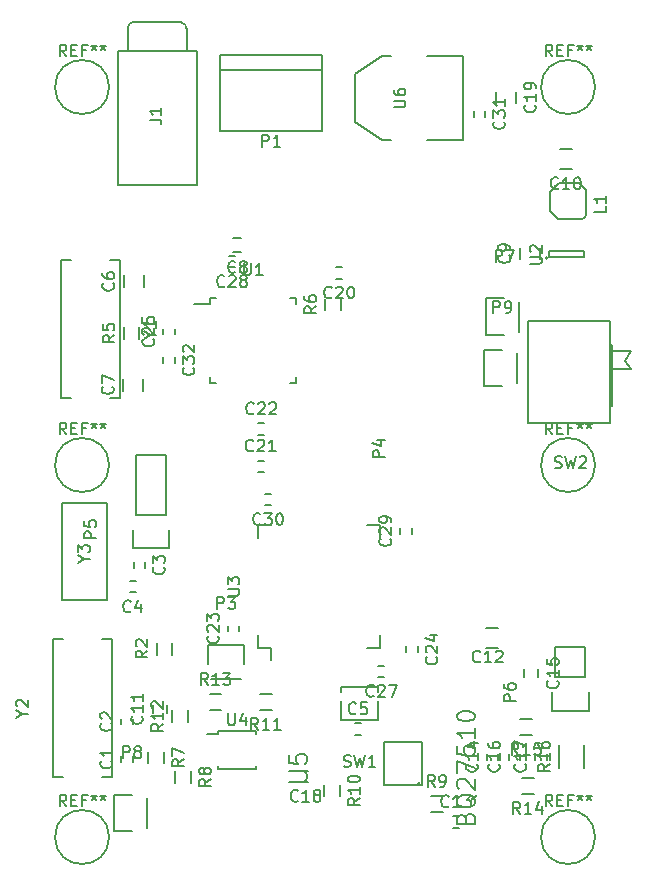
<source format=gto>
G04 #@! TF.FileFunction,Legend,Top*
%FSLAX46Y46*%
G04 Gerber Fmt 4.6, Leading zero omitted, Abs format (unit mm)*
G04 Created by KiCad (PCBNEW 4.0.2-stable) date 09/05/2016 17:30:52*
%MOMM*%
G01*
G04 APERTURE LIST*
%ADD10C,0.200000*%
%ADD11C,0.150000*%
G04 APERTURE END LIST*
D10*
D11*
X156535000Y-100794000D02*
X149885000Y-100794000D01*
X156535000Y-89444000D02*
X156535000Y-100794000D01*
X156485000Y-89444000D02*
X156385000Y-89444000D01*
X156435000Y-89444000D02*
X156535000Y-89444000D01*
X149885000Y-89444000D02*
X149885000Y-100794000D01*
X156385000Y-89444000D02*
X149885000Y-89444000D01*
X150685000Y-87394000D02*
X150685000Y-89444000D01*
X155685000Y-87494000D02*
X155685000Y-89444000D01*
X151135000Y-86944000D02*
X155135000Y-86944000D01*
X151185000Y-86944000D02*
G75*
G03X150685000Y-87444000I0J-500000D01*
G01*
X155685000Y-87594000D02*
G75*
G03X155135000Y-86944000I-600000J50000D01*
G01*
X155685000Y-89444000D02*
X150685000Y-89444000D01*
X171857000Y-143712500D02*
X171857000Y-143262500D01*
X171857000Y-143262500D02*
X168757000Y-143262500D01*
X168757000Y-143262500D02*
X168757000Y-143662500D01*
X168757000Y-146012500D02*
X168757000Y-144462500D01*
X171857000Y-144462500D02*
X171857000Y-146012500D01*
X171857000Y-146012500D02*
X168757000Y-146012500D01*
X150147000Y-145927000D02*
X150147000Y-146427000D01*
X151097000Y-146427000D02*
X151097000Y-145927000D01*
X161703000Y-139922000D02*
X162778000Y-139922000D01*
X161703000Y-129572000D02*
X162778000Y-129572000D01*
X172053000Y-129572000D02*
X170978000Y-129572000D01*
X172053000Y-139922000D02*
X170978000Y-139922000D01*
X161703000Y-139922000D02*
X161703000Y-138847000D01*
X172053000Y-139922000D02*
X172053000Y-138847000D01*
X172053000Y-129572000D02*
X172053000Y-130647000D01*
X161703000Y-129572000D02*
X161703000Y-130647000D01*
X162778000Y-139922000D02*
X162778000Y-140947000D01*
X190246000Y-124460000D02*
G75*
G03X190246000Y-124460000I-2286000J0D01*
G01*
X190246000Y-92456000D02*
G75*
G03X190246000Y-92456000I-2286000J0D01*
G01*
X190246000Y-155956000D02*
G75*
G03X190246000Y-155956000I-2286000J0D01*
G01*
X149098000Y-155956000D02*
G75*
G03X149098000Y-155956000I-2286000J0D01*
G01*
X149098000Y-124460000D02*
G75*
G03X149098000Y-124460000I-2286000J0D01*
G01*
X175227000Y-140305600D02*
X175227000Y-139805600D01*
X174277000Y-139805600D02*
X174277000Y-140305600D01*
X150147000Y-149102000D02*
X150147000Y-149602000D01*
X151097000Y-149602000D02*
X151097000Y-149102000D01*
X152138400Y-133183440D02*
X152138400Y-132683440D01*
X151188400Y-132683440D02*
X151188400Y-133183440D01*
X150844440Y-135252480D02*
X151344440Y-135252480D01*
X151344440Y-134302480D02*
X150844440Y-134302480D01*
X170430000Y-146337000D02*
X169930000Y-146337000D01*
X169930000Y-147287000D02*
X170430000Y-147287000D01*
X150343500Y-108402500D02*
X150343500Y-109402500D01*
X152043500Y-109402500D02*
X152043500Y-108402500D01*
X150280000Y-117165500D02*
X150280000Y-118165500D01*
X151980000Y-118165500D02*
X151980000Y-117165500D01*
X160306500Y-106454500D02*
X159606500Y-106454500D01*
X159606500Y-105254500D02*
X160306500Y-105254500D01*
X183871500Y-106053000D02*
X183871500Y-107053000D01*
X185571500Y-107053000D02*
X185571500Y-106053000D01*
X187269500Y-99402000D02*
X188269500Y-99402000D01*
X188269500Y-97702000D02*
X187269500Y-97702000D01*
X152816000Y-145447500D02*
X152816000Y-144747500D01*
X154016000Y-144747500D02*
X154016000Y-145447500D01*
X181046500Y-139978500D02*
X182046500Y-139978500D01*
X182046500Y-138278500D02*
X181046500Y-138278500D01*
X178748500Y-154211000D02*
X178248500Y-154211000D01*
X178248500Y-155161000D02*
X178748500Y-155161000D01*
X181084200Y-148898800D02*
X181084200Y-149398800D01*
X182034200Y-149398800D02*
X182034200Y-148898800D01*
X185410400Y-141737600D02*
X185410400Y-142437600D01*
X184210400Y-142437600D02*
X184210400Y-141737600D01*
X182963800Y-148898800D02*
X182963800Y-149398800D01*
X183913800Y-149398800D02*
X183913800Y-148898800D01*
X185199000Y-148898800D02*
X185199000Y-149398800D01*
X186149000Y-149398800D02*
X186149000Y-148898800D01*
X165485000Y-151287500D02*
X165985000Y-151287500D01*
X165985000Y-150337500D02*
X165485000Y-150337500D01*
X183539500Y-93845000D02*
X183539500Y-92845000D01*
X181839500Y-92845000D02*
X181839500Y-93845000D01*
X168342500Y-108679000D02*
X168842500Y-108679000D01*
X168842500Y-107729000D02*
X168342500Y-107729000D01*
X162200400Y-124086600D02*
X161700400Y-124086600D01*
X161700400Y-125036600D02*
X162200400Y-125036600D01*
X162238500Y-120937000D02*
X161738500Y-120937000D01*
X161738500Y-121887000D02*
X162238500Y-121887000D01*
X159164000Y-138053000D02*
X159164000Y-138553000D01*
X160114000Y-138553000D02*
X160114000Y-138053000D01*
X153703000Y-112907000D02*
X153703000Y-113407000D01*
X154653000Y-113407000D02*
X154653000Y-112907000D01*
X171898500Y-142397500D02*
X172398500Y-142397500D01*
X172398500Y-141447500D02*
X171898500Y-141447500D01*
X159262000Y-107726500D02*
X159762000Y-107726500D01*
X159762000Y-106776500D02*
X159262000Y-106776500D01*
X173769000Y-129798000D02*
X173769000Y-130298000D01*
X174719000Y-130298000D02*
X174719000Y-129798000D01*
X162310000Y-127856000D02*
X162810000Y-127856000D01*
X162810000Y-126906000D02*
X162310000Y-126906000D01*
X180942000Y-94992000D02*
X180942000Y-94492000D01*
X179992000Y-94492000D02*
X179992000Y-94992000D01*
X154653000Y-115820000D02*
X154653000Y-115320000D01*
X153703000Y-115320000D02*
X153703000Y-115820000D01*
X167164900Y-89781540D02*
X158464900Y-89781540D01*
X167164900Y-96186540D02*
X158464900Y-96186540D01*
X158464900Y-96186540D02*
X158464900Y-89781540D01*
X158464900Y-91011540D02*
X167164900Y-91011540D01*
X167164900Y-89781540D02*
X167164900Y-96186540D01*
X160554000Y-139737500D02*
X160554000Y-141287500D01*
X157454000Y-141287500D02*
X157454000Y-139737500D01*
X157454000Y-139737500D02*
X160554000Y-139737500D01*
X157734000Y-142557500D02*
X160274000Y-142557500D01*
X189713200Y-145263200D02*
X189713200Y-143713200D01*
X189433200Y-139903200D02*
X189433200Y-142443200D01*
X189433200Y-142443200D02*
X186893200Y-142443200D01*
X186613200Y-143713200D02*
X186613200Y-145263200D01*
X186613200Y-145263200D02*
X189713200Y-145263200D01*
X186893200Y-142443200D02*
X186893200Y-139903200D01*
X186893200Y-139903200D02*
X189433200Y-139903200D01*
X154472000Y-139517500D02*
X154472000Y-140517500D01*
X153122000Y-140517500D02*
X153122000Y-139517500D01*
X151678000Y-112784000D02*
X151678000Y-113784000D01*
X150328000Y-113784000D02*
X150328000Y-112784000D01*
X168759500Y-110371000D02*
X168759500Y-111371000D01*
X167409500Y-111371000D02*
X167409500Y-110371000D01*
X152423500Y-149725000D02*
X152423500Y-148725000D01*
X153773500Y-148725000D02*
X153773500Y-149725000D01*
X154709500Y-151376000D02*
X154709500Y-150376000D01*
X156059500Y-150376000D02*
X156059500Y-151376000D01*
X177347500Y-153837000D02*
X176347500Y-153837000D01*
X176347500Y-152487000D02*
X177347500Y-152487000D01*
X167282500Y-152519000D02*
X167282500Y-151519000D01*
X168632500Y-151519000D02*
X168632500Y-152519000D01*
X161856800Y-143851000D02*
X162856800Y-143851000D01*
X162856800Y-145201000D02*
X161856800Y-145201000D01*
X155805500Y-145232500D02*
X155805500Y-146232500D01*
X154455500Y-146232500D02*
X154455500Y-145232500D01*
X158615000Y-145201000D02*
X157615000Y-145201000D01*
X157615000Y-143851000D02*
X158615000Y-143851000D01*
X184056400Y-150963000D02*
X185056400Y-150963000D01*
X185056400Y-152313000D02*
X184056400Y-152313000D01*
X183904000Y-145984600D02*
X184904000Y-145984600D01*
X184904000Y-147334600D02*
X183904000Y-147334600D01*
X157665000Y-110294000D02*
X157665000Y-110819000D01*
X164915000Y-110294000D02*
X164915000Y-110819000D01*
X164915000Y-117544000D02*
X164915000Y-117019000D01*
X157665000Y-117544000D02*
X157665000Y-117019000D01*
X157665000Y-110294000D02*
X158190000Y-110294000D01*
X157665000Y-117544000D02*
X158190000Y-117544000D01*
X164915000Y-117544000D02*
X164390000Y-117544000D01*
X164915000Y-110294000D02*
X164390000Y-110294000D01*
X157665000Y-110819000D02*
X156290000Y-110819000D01*
X186233000Y-106916500D02*
G75*
G03X186233000Y-106916500I-100000J0D01*
G01*
X186383000Y-106366500D02*
X186383000Y-106866500D01*
X189283000Y-106366500D02*
X186383000Y-106366500D01*
X189283000Y-106866500D02*
X189283000Y-106366500D01*
X186383000Y-106866500D02*
X189283000Y-106866500D01*
X158331500Y-146965000D02*
X158331500Y-147212500D01*
X161581500Y-146965000D02*
X161581500Y-147212500D01*
X161581500Y-150215000D02*
X161581500Y-149967500D01*
X158331500Y-150215000D02*
X158331500Y-149967500D01*
X158331500Y-146965000D02*
X161581500Y-146965000D01*
X158331500Y-150215000D02*
X161581500Y-150215000D01*
X158331500Y-147212500D02*
X157406500Y-147212500D01*
X176022000Y-96964500D02*
X179070000Y-96964500D01*
X179070000Y-96964500D02*
X179070000Y-89852500D01*
X179070000Y-89852500D02*
X176022000Y-89852500D01*
X172974000Y-96964500D02*
X172212000Y-96964500D01*
X172212000Y-96964500D02*
X169926000Y-95440500D01*
X169926000Y-95440500D02*
X169926000Y-91376500D01*
X169926000Y-91376500D02*
X172212000Y-89852500D01*
X172212000Y-89852500D02*
X172974000Y-89852500D01*
X145011140Y-107116880D02*
X145011140Y-118816120D01*
X150009860Y-118816120D02*
X150009860Y-107116880D01*
X145011140Y-118816120D02*
X145859500Y-118816120D01*
X150009860Y-118816120D02*
X149161500Y-118816120D01*
X145011140Y-107116880D02*
X145859500Y-107116880D01*
X150009860Y-107116880D02*
X149161500Y-107116880D01*
X149374860Y-150883620D02*
X149374860Y-139184380D01*
X144376140Y-139184380D02*
X144376140Y-150883620D01*
X149374860Y-139184380D02*
X148526500Y-139184380D01*
X144376140Y-139184380D02*
X145224500Y-139184380D01*
X149374860Y-150883620D02*
X148526500Y-150883620D01*
X144376140Y-150883620D02*
X145224500Y-150883620D01*
X145102500Y-135862500D02*
X145102500Y-127662500D01*
X145102500Y-127662500D02*
X148902500Y-127662500D01*
X148902500Y-127662500D02*
X148902500Y-135862500D01*
X145102500Y-135762500D02*
X145102500Y-135862500D01*
X145102500Y-135862500D02*
X148902500Y-135862500D01*
X172415000Y-151589000D02*
X172415000Y-147939000D01*
X175565000Y-147939000D02*
X175565000Y-151589000D01*
X175402801Y-151394000D02*
G75*
G03X175402801Y-151394000I-72801J0D01*
G01*
X175560000Y-147944000D02*
X172420000Y-147944000D01*
X172420000Y-151584000D02*
X175560000Y-151584000D01*
X149098000Y-92456000D02*
G75*
G03X149098000Y-92456000I-2286000J0D01*
G01*
X187210000Y-103608000D02*
X187110000Y-103608000D01*
X186460000Y-102958000D02*
X187110000Y-103608000D01*
X189160000Y-103608000D02*
X187210000Y-103608000D01*
X189160000Y-103608000D02*
G75*
G03X189460000Y-103308000I0J300000D01*
G01*
X189460000Y-101208000D02*
X189460000Y-103308000D01*
X187160000Y-100608000D02*
X188860000Y-100608000D01*
X186460000Y-102958000D02*
X186460000Y-101308000D01*
X186810000Y-100958000D02*
X187110000Y-100658000D01*
X187110000Y-100658000D02*
X187160000Y-100608000D01*
X187160000Y-100608000D02*
X186460000Y-101308000D01*
X189460000Y-101208000D02*
X188860000Y-100608000D01*
X189339800Y-148148800D02*
X189339800Y-150148800D01*
X187189800Y-150148800D02*
X187189800Y-148148800D01*
X191473500Y-114268000D02*
X191673500Y-114268000D01*
X191673500Y-114268000D02*
X191673500Y-119468000D01*
X191673500Y-119468000D02*
X191473500Y-119468000D01*
X191473500Y-114768000D02*
X193273500Y-114768000D01*
X193273500Y-114768000D02*
X192773500Y-115618000D01*
X192773500Y-115618000D02*
X193273500Y-116318000D01*
X193273500Y-116318000D02*
X191473500Y-116318000D01*
X191473500Y-120868000D02*
X191473500Y-112268000D01*
X184573500Y-112268000D02*
X184573500Y-120868000D01*
X191473500Y-120868000D02*
X184573500Y-120868000D01*
X191473500Y-112268000D02*
X184573500Y-112268000D01*
X151104000Y-129921000D02*
X151104000Y-131471000D01*
X151104000Y-131471000D02*
X154204000Y-131471000D01*
X154204000Y-131471000D02*
X154204000Y-129921000D01*
X151384000Y-128651000D02*
X151384000Y-123571000D01*
X151384000Y-123571000D02*
X153924000Y-123571000D01*
X153924000Y-123571000D02*
X153924000Y-128651000D01*
X153924000Y-128651000D02*
X151384000Y-128651000D01*
X183832500Y-113157000D02*
X183832500Y-110617000D01*
X181012500Y-110337000D02*
X182562500Y-110337000D01*
X181012500Y-110337000D02*
X181012500Y-113437000D01*
X181012500Y-113437000D02*
X182562500Y-113437000D01*
X152298400Y-155194000D02*
X152298400Y-152654000D01*
X149478400Y-152374000D02*
X151028400Y-152374000D01*
X149478400Y-152374000D02*
X149478400Y-155474000D01*
X149478400Y-155474000D02*
X151028400Y-155474000D01*
X183642000Y-117500400D02*
X183642000Y-114960400D01*
X180822000Y-114680400D02*
X182372000Y-114680400D01*
X180822000Y-114680400D02*
X180822000Y-117780400D01*
X180822000Y-117780400D02*
X182372000Y-117780400D01*
X152537381Y-95227333D02*
X153251667Y-95227333D01*
X153394524Y-95274953D01*
X153489762Y-95370191D01*
X153537381Y-95513048D01*
X153537381Y-95608286D01*
X153537381Y-94227333D02*
X153537381Y-94798762D01*
X153537381Y-94513048D02*
X152537381Y-94513048D01*
X152680238Y-94608286D01*
X152775476Y-94703524D01*
X152823095Y-94798762D01*
X168973667Y-149967262D02*
X169116524Y-150014881D01*
X169354620Y-150014881D01*
X169449858Y-149967262D01*
X169497477Y-149919643D01*
X169545096Y-149824405D01*
X169545096Y-149729167D01*
X169497477Y-149633929D01*
X169449858Y-149586310D01*
X169354620Y-149538690D01*
X169164143Y-149491071D01*
X169068905Y-149443452D01*
X169021286Y-149395833D01*
X168973667Y-149300595D01*
X168973667Y-149205357D01*
X169021286Y-149110119D01*
X169068905Y-149062500D01*
X169164143Y-149014881D01*
X169402239Y-149014881D01*
X169545096Y-149062500D01*
X169878429Y-149014881D02*
X170116524Y-150014881D01*
X170307001Y-149300595D01*
X170497477Y-150014881D01*
X170735572Y-149014881D01*
X171640334Y-150014881D02*
X171068905Y-150014881D01*
X171354619Y-150014881D02*
X171354619Y-149014881D01*
X171259381Y-149157738D01*
X171164143Y-149252976D01*
X171068905Y-149300595D01*
X172430381Y-123801095D02*
X171430381Y-123801095D01*
X171430381Y-123420142D01*
X171478000Y-123324904D01*
X171525619Y-123277285D01*
X171620857Y-123229666D01*
X171763714Y-123229666D01*
X171858952Y-123277285D01*
X171906571Y-123324904D01*
X171954190Y-123420142D01*
X171954190Y-123801095D01*
X171763714Y-122372523D02*
X172430381Y-122372523D01*
X171382762Y-122610619D02*
X172097048Y-122848714D01*
X172097048Y-122229666D01*
X149279143Y-146343666D02*
X149326762Y-146391285D01*
X149374381Y-146534142D01*
X149374381Y-146629380D01*
X149326762Y-146772238D01*
X149231524Y-146867476D01*
X149136286Y-146915095D01*
X148945810Y-146962714D01*
X148802952Y-146962714D01*
X148612476Y-146915095D01*
X148517238Y-146867476D01*
X148422000Y-146772238D01*
X148374381Y-146629380D01*
X148374381Y-146534142D01*
X148422000Y-146391285D01*
X148469619Y-146343666D01*
X148469619Y-145962714D02*
X148422000Y-145915095D01*
X148374381Y-145819857D01*
X148374381Y-145581761D01*
X148422000Y-145486523D01*
X148469619Y-145438904D01*
X148564857Y-145391285D01*
X148660095Y-145391285D01*
X148802952Y-145438904D01*
X149374381Y-146010333D01*
X149374381Y-145391285D01*
X159130381Y-135508905D02*
X159939905Y-135508905D01*
X160035143Y-135461286D01*
X160082762Y-135413667D01*
X160130381Y-135318429D01*
X160130381Y-135127952D01*
X160082762Y-135032714D01*
X160035143Y-134985095D01*
X159939905Y-134937476D01*
X159130381Y-134937476D01*
X159130381Y-134556524D02*
X159130381Y-133937476D01*
X159511333Y-134270810D01*
X159511333Y-134127952D01*
X159558952Y-134032714D01*
X159606571Y-133985095D01*
X159701810Y-133937476D01*
X159939905Y-133937476D01*
X160035143Y-133985095D01*
X160082762Y-134032714D01*
X160130381Y-134127952D01*
X160130381Y-134413667D01*
X160082762Y-134508905D01*
X160035143Y-134556524D01*
X186626667Y-121864381D02*
X186293333Y-121388190D01*
X186055238Y-121864381D02*
X186055238Y-120864381D01*
X186436191Y-120864381D01*
X186531429Y-120912000D01*
X186579048Y-120959619D01*
X186626667Y-121054857D01*
X186626667Y-121197714D01*
X186579048Y-121292952D01*
X186531429Y-121340571D01*
X186436191Y-121388190D01*
X186055238Y-121388190D01*
X187055238Y-121340571D02*
X187388572Y-121340571D01*
X187531429Y-121864381D02*
X187055238Y-121864381D01*
X187055238Y-120864381D01*
X187531429Y-120864381D01*
X188293334Y-121340571D02*
X187960000Y-121340571D01*
X187960000Y-121864381D02*
X187960000Y-120864381D01*
X188436191Y-120864381D01*
X188960000Y-120864381D02*
X188960000Y-121102476D01*
X188721905Y-121007238D02*
X188960000Y-121102476D01*
X189198096Y-121007238D01*
X188817143Y-121292952D02*
X188960000Y-121102476D01*
X189102858Y-121292952D01*
X189721905Y-120864381D02*
X189721905Y-121102476D01*
X189483810Y-121007238D02*
X189721905Y-121102476D01*
X189960001Y-121007238D01*
X189579048Y-121292952D02*
X189721905Y-121102476D01*
X189864763Y-121292952D01*
X186626667Y-89860381D02*
X186293333Y-89384190D01*
X186055238Y-89860381D02*
X186055238Y-88860381D01*
X186436191Y-88860381D01*
X186531429Y-88908000D01*
X186579048Y-88955619D01*
X186626667Y-89050857D01*
X186626667Y-89193714D01*
X186579048Y-89288952D01*
X186531429Y-89336571D01*
X186436191Y-89384190D01*
X186055238Y-89384190D01*
X187055238Y-89336571D02*
X187388572Y-89336571D01*
X187531429Y-89860381D02*
X187055238Y-89860381D01*
X187055238Y-88860381D01*
X187531429Y-88860381D01*
X188293334Y-89336571D02*
X187960000Y-89336571D01*
X187960000Y-89860381D02*
X187960000Y-88860381D01*
X188436191Y-88860381D01*
X188960000Y-88860381D02*
X188960000Y-89098476D01*
X188721905Y-89003238D02*
X188960000Y-89098476D01*
X189198096Y-89003238D01*
X188817143Y-89288952D02*
X188960000Y-89098476D01*
X189102858Y-89288952D01*
X189721905Y-88860381D02*
X189721905Y-89098476D01*
X189483810Y-89003238D02*
X189721905Y-89098476D01*
X189960001Y-89003238D01*
X189579048Y-89288952D02*
X189721905Y-89098476D01*
X189864763Y-89288952D01*
X186626667Y-153360381D02*
X186293333Y-152884190D01*
X186055238Y-153360381D02*
X186055238Y-152360381D01*
X186436191Y-152360381D01*
X186531429Y-152408000D01*
X186579048Y-152455619D01*
X186626667Y-152550857D01*
X186626667Y-152693714D01*
X186579048Y-152788952D01*
X186531429Y-152836571D01*
X186436191Y-152884190D01*
X186055238Y-152884190D01*
X187055238Y-152836571D02*
X187388572Y-152836571D01*
X187531429Y-153360381D02*
X187055238Y-153360381D01*
X187055238Y-152360381D01*
X187531429Y-152360381D01*
X188293334Y-152836571D02*
X187960000Y-152836571D01*
X187960000Y-153360381D02*
X187960000Y-152360381D01*
X188436191Y-152360381D01*
X188960000Y-152360381D02*
X188960000Y-152598476D01*
X188721905Y-152503238D02*
X188960000Y-152598476D01*
X189198096Y-152503238D01*
X188817143Y-152788952D02*
X188960000Y-152598476D01*
X189102858Y-152788952D01*
X189721905Y-152360381D02*
X189721905Y-152598476D01*
X189483810Y-152503238D02*
X189721905Y-152598476D01*
X189960001Y-152503238D01*
X189579048Y-152788952D02*
X189721905Y-152598476D01*
X189864763Y-152788952D01*
X145478667Y-153360381D02*
X145145333Y-152884190D01*
X144907238Y-153360381D02*
X144907238Y-152360381D01*
X145288191Y-152360381D01*
X145383429Y-152408000D01*
X145431048Y-152455619D01*
X145478667Y-152550857D01*
X145478667Y-152693714D01*
X145431048Y-152788952D01*
X145383429Y-152836571D01*
X145288191Y-152884190D01*
X144907238Y-152884190D01*
X145907238Y-152836571D02*
X146240572Y-152836571D01*
X146383429Y-153360381D02*
X145907238Y-153360381D01*
X145907238Y-152360381D01*
X146383429Y-152360381D01*
X147145334Y-152836571D02*
X146812000Y-152836571D01*
X146812000Y-153360381D02*
X146812000Y-152360381D01*
X147288191Y-152360381D01*
X147812000Y-152360381D02*
X147812000Y-152598476D01*
X147573905Y-152503238D02*
X147812000Y-152598476D01*
X148050096Y-152503238D01*
X147669143Y-152788952D02*
X147812000Y-152598476D01*
X147954858Y-152788952D01*
X148573905Y-152360381D02*
X148573905Y-152598476D01*
X148335810Y-152503238D02*
X148573905Y-152598476D01*
X148812001Y-152503238D01*
X148431048Y-152788952D02*
X148573905Y-152598476D01*
X148716763Y-152788952D01*
X145478667Y-121864381D02*
X145145333Y-121388190D01*
X144907238Y-121864381D02*
X144907238Y-120864381D01*
X145288191Y-120864381D01*
X145383429Y-120912000D01*
X145431048Y-120959619D01*
X145478667Y-121054857D01*
X145478667Y-121197714D01*
X145431048Y-121292952D01*
X145383429Y-121340571D01*
X145288191Y-121388190D01*
X144907238Y-121388190D01*
X145907238Y-121340571D02*
X146240572Y-121340571D01*
X146383429Y-121864381D02*
X145907238Y-121864381D01*
X145907238Y-120864381D01*
X146383429Y-120864381D01*
X147145334Y-121340571D02*
X146812000Y-121340571D01*
X146812000Y-121864381D02*
X146812000Y-120864381D01*
X147288191Y-120864381D01*
X147812000Y-120864381D02*
X147812000Y-121102476D01*
X147573905Y-121007238D02*
X147812000Y-121102476D01*
X148050096Y-121007238D01*
X147669143Y-121292952D02*
X147812000Y-121102476D01*
X147954858Y-121292952D01*
X148573905Y-120864381D02*
X148573905Y-121102476D01*
X148335810Y-121007238D02*
X148573905Y-121102476D01*
X148812001Y-121007238D01*
X148431048Y-121292952D02*
X148573905Y-121102476D01*
X148716763Y-121292952D01*
X176809143Y-140698457D02*
X176856762Y-140746076D01*
X176904381Y-140888933D01*
X176904381Y-140984171D01*
X176856762Y-141127029D01*
X176761524Y-141222267D01*
X176666286Y-141269886D01*
X176475810Y-141317505D01*
X176332952Y-141317505D01*
X176142476Y-141269886D01*
X176047238Y-141222267D01*
X175952000Y-141127029D01*
X175904381Y-140984171D01*
X175904381Y-140888933D01*
X175952000Y-140746076D01*
X175999619Y-140698457D01*
X175999619Y-140317505D02*
X175952000Y-140269886D01*
X175904381Y-140174648D01*
X175904381Y-139936552D01*
X175952000Y-139841314D01*
X175999619Y-139793695D01*
X176094857Y-139746076D01*
X176190095Y-139746076D01*
X176332952Y-139793695D01*
X176904381Y-140365124D01*
X176904381Y-139746076D01*
X176237714Y-138888933D02*
X176904381Y-138888933D01*
X175856762Y-139127029D02*
X176571048Y-139365124D01*
X176571048Y-138746076D01*
X149279143Y-149518666D02*
X149326762Y-149566285D01*
X149374381Y-149709142D01*
X149374381Y-149804380D01*
X149326762Y-149947238D01*
X149231524Y-150042476D01*
X149136286Y-150090095D01*
X148945810Y-150137714D01*
X148802952Y-150137714D01*
X148612476Y-150090095D01*
X148517238Y-150042476D01*
X148422000Y-149947238D01*
X148374381Y-149804380D01*
X148374381Y-149709142D01*
X148422000Y-149566285D01*
X148469619Y-149518666D01*
X149374381Y-148566285D02*
X149374381Y-149137714D01*
X149374381Y-148852000D02*
X148374381Y-148852000D01*
X148517238Y-148947238D01*
X148612476Y-149042476D01*
X148660095Y-149137714D01*
X153720543Y-133100106D02*
X153768162Y-133147725D01*
X153815781Y-133290582D01*
X153815781Y-133385820D01*
X153768162Y-133528678D01*
X153672924Y-133623916D01*
X153577686Y-133671535D01*
X153387210Y-133719154D01*
X153244352Y-133719154D01*
X153053876Y-133671535D01*
X152958638Y-133623916D01*
X152863400Y-133528678D01*
X152815781Y-133385820D01*
X152815781Y-133290582D01*
X152863400Y-133147725D01*
X152911019Y-133100106D01*
X152815781Y-132766773D02*
X152815781Y-132147725D01*
X153196733Y-132481059D01*
X153196733Y-132338201D01*
X153244352Y-132242963D01*
X153291971Y-132195344D01*
X153387210Y-132147725D01*
X153625305Y-132147725D01*
X153720543Y-132195344D01*
X153768162Y-132242963D01*
X153815781Y-132338201D01*
X153815781Y-132623916D01*
X153768162Y-132719154D01*
X153720543Y-132766773D01*
X150927774Y-136834623D02*
X150880155Y-136882242D01*
X150737298Y-136929861D01*
X150642060Y-136929861D01*
X150499202Y-136882242D01*
X150403964Y-136787004D01*
X150356345Y-136691766D01*
X150308726Y-136501290D01*
X150308726Y-136358432D01*
X150356345Y-136167956D01*
X150403964Y-136072718D01*
X150499202Y-135977480D01*
X150642060Y-135929861D01*
X150737298Y-135929861D01*
X150880155Y-135977480D01*
X150927774Y-136025099D01*
X151784917Y-136263194D02*
X151784917Y-136929861D01*
X151546821Y-135882242D02*
X151308726Y-136596528D01*
X151927774Y-136596528D01*
X170013334Y-145469143D02*
X169965715Y-145516762D01*
X169822858Y-145564381D01*
X169727620Y-145564381D01*
X169584762Y-145516762D01*
X169489524Y-145421524D01*
X169441905Y-145326286D01*
X169394286Y-145135810D01*
X169394286Y-144992952D01*
X169441905Y-144802476D01*
X169489524Y-144707238D01*
X169584762Y-144612000D01*
X169727620Y-144564381D01*
X169822858Y-144564381D01*
X169965715Y-144612000D01*
X170013334Y-144659619D01*
X170918096Y-144564381D02*
X170441905Y-144564381D01*
X170394286Y-145040571D01*
X170441905Y-144992952D01*
X170537143Y-144945333D01*
X170775239Y-144945333D01*
X170870477Y-144992952D01*
X170918096Y-145040571D01*
X170965715Y-145135810D01*
X170965715Y-145373905D01*
X170918096Y-145469143D01*
X170870477Y-145516762D01*
X170775239Y-145564381D01*
X170537143Y-145564381D01*
X170441905Y-145516762D01*
X170394286Y-145469143D01*
X149450643Y-109069166D02*
X149498262Y-109116785D01*
X149545881Y-109259642D01*
X149545881Y-109354880D01*
X149498262Y-109497738D01*
X149403024Y-109592976D01*
X149307786Y-109640595D01*
X149117310Y-109688214D01*
X148974452Y-109688214D01*
X148783976Y-109640595D01*
X148688738Y-109592976D01*
X148593500Y-109497738D01*
X148545881Y-109354880D01*
X148545881Y-109259642D01*
X148593500Y-109116785D01*
X148641119Y-109069166D01*
X148545881Y-108212023D02*
X148545881Y-108402500D01*
X148593500Y-108497738D01*
X148641119Y-108545357D01*
X148783976Y-108640595D01*
X148974452Y-108688214D01*
X149355405Y-108688214D01*
X149450643Y-108640595D01*
X149498262Y-108592976D01*
X149545881Y-108497738D01*
X149545881Y-108307261D01*
X149498262Y-108212023D01*
X149450643Y-108164404D01*
X149355405Y-108116785D01*
X149117310Y-108116785D01*
X149022071Y-108164404D01*
X148974452Y-108212023D01*
X148926833Y-108307261D01*
X148926833Y-108497738D01*
X148974452Y-108592976D01*
X149022071Y-108640595D01*
X149117310Y-108688214D01*
X149387143Y-117832166D02*
X149434762Y-117879785D01*
X149482381Y-118022642D01*
X149482381Y-118117880D01*
X149434762Y-118260738D01*
X149339524Y-118355976D01*
X149244286Y-118403595D01*
X149053810Y-118451214D01*
X148910952Y-118451214D01*
X148720476Y-118403595D01*
X148625238Y-118355976D01*
X148530000Y-118260738D01*
X148482381Y-118117880D01*
X148482381Y-118022642D01*
X148530000Y-117879785D01*
X148577619Y-117832166D01*
X148482381Y-117498833D02*
X148482381Y-116832166D01*
X149482381Y-117260738D01*
X159789834Y-108111643D02*
X159742215Y-108159262D01*
X159599358Y-108206881D01*
X159504120Y-108206881D01*
X159361262Y-108159262D01*
X159266024Y-108064024D01*
X159218405Y-107968786D01*
X159170786Y-107778310D01*
X159170786Y-107635452D01*
X159218405Y-107444976D01*
X159266024Y-107349738D01*
X159361262Y-107254500D01*
X159504120Y-107206881D01*
X159599358Y-107206881D01*
X159742215Y-107254500D01*
X159789834Y-107302119D01*
X160361262Y-107635452D02*
X160266024Y-107587833D01*
X160218405Y-107540214D01*
X160170786Y-107444976D01*
X160170786Y-107397357D01*
X160218405Y-107302119D01*
X160266024Y-107254500D01*
X160361262Y-107206881D01*
X160551739Y-107206881D01*
X160646977Y-107254500D01*
X160694596Y-107302119D01*
X160742215Y-107397357D01*
X160742215Y-107444976D01*
X160694596Y-107540214D01*
X160646977Y-107587833D01*
X160551739Y-107635452D01*
X160361262Y-107635452D01*
X160266024Y-107683071D01*
X160218405Y-107730690D01*
X160170786Y-107825929D01*
X160170786Y-108016405D01*
X160218405Y-108111643D01*
X160266024Y-108159262D01*
X160361262Y-108206881D01*
X160551739Y-108206881D01*
X160646977Y-108159262D01*
X160694596Y-108111643D01*
X160742215Y-108016405D01*
X160742215Y-107825929D01*
X160694596Y-107730690D01*
X160646977Y-107683071D01*
X160551739Y-107635452D01*
X182978643Y-106719666D02*
X183026262Y-106767285D01*
X183073881Y-106910142D01*
X183073881Y-107005380D01*
X183026262Y-107148238D01*
X182931024Y-107243476D01*
X182835786Y-107291095D01*
X182645310Y-107338714D01*
X182502452Y-107338714D01*
X182311976Y-107291095D01*
X182216738Y-107243476D01*
X182121500Y-107148238D01*
X182073881Y-107005380D01*
X182073881Y-106910142D01*
X182121500Y-106767285D01*
X182169119Y-106719666D01*
X183073881Y-106243476D02*
X183073881Y-106053000D01*
X183026262Y-105957761D01*
X182978643Y-105910142D01*
X182835786Y-105814904D01*
X182645310Y-105767285D01*
X182264357Y-105767285D01*
X182169119Y-105814904D01*
X182121500Y-105862523D01*
X182073881Y-105957761D01*
X182073881Y-106148238D01*
X182121500Y-106243476D01*
X182169119Y-106291095D01*
X182264357Y-106338714D01*
X182502452Y-106338714D01*
X182597690Y-106291095D01*
X182645310Y-106243476D01*
X182692929Y-106148238D01*
X182692929Y-105957761D01*
X182645310Y-105862523D01*
X182597690Y-105814904D01*
X182502452Y-105767285D01*
X187126643Y-101009143D02*
X187079024Y-101056762D01*
X186936167Y-101104381D01*
X186840929Y-101104381D01*
X186698071Y-101056762D01*
X186602833Y-100961524D01*
X186555214Y-100866286D01*
X186507595Y-100675810D01*
X186507595Y-100532952D01*
X186555214Y-100342476D01*
X186602833Y-100247238D01*
X186698071Y-100152000D01*
X186840929Y-100104381D01*
X186936167Y-100104381D01*
X187079024Y-100152000D01*
X187126643Y-100199619D01*
X188079024Y-101104381D02*
X187507595Y-101104381D01*
X187793309Y-101104381D02*
X187793309Y-100104381D01*
X187698071Y-100247238D01*
X187602833Y-100342476D01*
X187507595Y-100390095D01*
X188698071Y-100104381D02*
X188793310Y-100104381D01*
X188888548Y-100152000D01*
X188936167Y-100199619D01*
X188983786Y-100294857D01*
X189031405Y-100485333D01*
X189031405Y-100723429D01*
X188983786Y-100913905D01*
X188936167Y-101009143D01*
X188888548Y-101056762D01*
X188793310Y-101104381D01*
X188698071Y-101104381D01*
X188602833Y-101056762D01*
X188555214Y-101009143D01*
X188507595Y-100913905D01*
X188459976Y-100723429D01*
X188459976Y-100485333D01*
X188507595Y-100294857D01*
X188555214Y-100199619D01*
X188602833Y-100152000D01*
X188698071Y-100104381D01*
X151873143Y-145740357D02*
X151920762Y-145787976D01*
X151968381Y-145930833D01*
X151968381Y-146026071D01*
X151920762Y-146168929D01*
X151825524Y-146264167D01*
X151730286Y-146311786D01*
X151539810Y-146359405D01*
X151396952Y-146359405D01*
X151206476Y-146311786D01*
X151111238Y-146264167D01*
X151016000Y-146168929D01*
X150968381Y-146026071D01*
X150968381Y-145930833D01*
X151016000Y-145787976D01*
X151063619Y-145740357D01*
X151968381Y-144787976D02*
X151968381Y-145359405D01*
X151968381Y-145073691D02*
X150968381Y-145073691D01*
X151111238Y-145168929D01*
X151206476Y-145264167D01*
X151254095Y-145359405D01*
X151968381Y-143835595D02*
X151968381Y-144407024D01*
X151968381Y-144121310D02*
X150968381Y-144121310D01*
X151111238Y-144216548D01*
X151206476Y-144311786D01*
X151254095Y-144407024D01*
X180522643Y-141073143D02*
X180475024Y-141120762D01*
X180332167Y-141168381D01*
X180236929Y-141168381D01*
X180094071Y-141120762D01*
X179998833Y-141025524D01*
X179951214Y-140930286D01*
X179903595Y-140739810D01*
X179903595Y-140596952D01*
X179951214Y-140406476D01*
X179998833Y-140311238D01*
X180094071Y-140216000D01*
X180236929Y-140168381D01*
X180332167Y-140168381D01*
X180475024Y-140216000D01*
X180522643Y-140263619D01*
X181475024Y-141168381D02*
X180903595Y-141168381D01*
X181189309Y-141168381D02*
X181189309Y-140168381D01*
X181094071Y-140311238D01*
X180998833Y-140406476D01*
X180903595Y-140454095D01*
X181855976Y-140263619D02*
X181903595Y-140216000D01*
X181998833Y-140168381D01*
X182236929Y-140168381D01*
X182332167Y-140216000D01*
X182379786Y-140263619D01*
X182427405Y-140358857D01*
X182427405Y-140454095D01*
X182379786Y-140596952D01*
X181808357Y-141168381D01*
X182427405Y-141168381D01*
X177855643Y-153343143D02*
X177808024Y-153390762D01*
X177665167Y-153438381D01*
X177569929Y-153438381D01*
X177427071Y-153390762D01*
X177331833Y-153295524D01*
X177284214Y-153200286D01*
X177236595Y-153009810D01*
X177236595Y-152866952D01*
X177284214Y-152676476D01*
X177331833Y-152581238D01*
X177427071Y-152486000D01*
X177569929Y-152438381D01*
X177665167Y-152438381D01*
X177808024Y-152486000D01*
X177855643Y-152533619D01*
X178808024Y-153438381D02*
X178236595Y-153438381D01*
X178522309Y-153438381D02*
X178522309Y-152438381D01*
X178427071Y-152581238D01*
X178331833Y-152676476D01*
X178236595Y-152724095D01*
X179141357Y-152438381D02*
X179760405Y-152438381D01*
X179427071Y-152819333D01*
X179569929Y-152819333D01*
X179665167Y-152866952D01*
X179712786Y-152914571D01*
X179760405Y-153009810D01*
X179760405Y-153247905D01*
X179712786Y-153343143D01*
X179665167Y-153390762D01*
X179569929Y-153438381D01*
X179284214Y-153438381D01*
X179188976Y-153390762D01*
X179141357Y-153343143D01*
X180216343Y-149791657D02*
X180263962Y-149839276D01*
X180311581Y-149982133D01*
X180311581Y-150077371D01*
X180263962Y-150220229D01*
X180168724Y-150315467D01*
X180073486Y-150363086D01*
X179883010Y-150410705D01*
X179740152Y-150410705D01*
X179549676Y-150363086D01*
X179454438Y-150315467D01*
X179359200Y-150220229D01*
X179311581Y-150077371D01*
X179311581Y-149982133D01*
X179359200Y-149839276D01*
X179406819Y-149791657D01*
X180311581Y-148839276D02*
X180311581Y-149410705D01*
X180311581Y-149124991D02*
X179311581Y-149124991D01*
X179454438Y-149220229D01*
X179549676Y-149315467D01*
X179597295Y-149410705D01*
X179644914Y-147982133D02*
X180311581Y-147982133D01*
X179263962Y-148220229D02*
X179978248Y-148458324D01*
X179978248Y-147839276D01*
X187067543Y-142730457D02*
X187115162Y-142778076D01*
X187162781Y-142920933D01*
X187162781Y-143016171D01*
X187115162Y-143159029D01*
X187019924Y-143254267D01*
X186924686Y-143301886D01*
X186734210Y-143349505D01*
X186591352Y-143349505D01*
X186400876Y-143301886D01*
X186305638Y-143254267D01*
X186210400Y-143159029D01*
X186162781Y-143016171D01*
X186162781Y-142920933D01*
X186210400Y-142778076D01*
X186258019Y-142730457D01*
X187162781Y-141778076D02*
X187162781Y-142349505D01*
X187162781Y-142063791D02*
X186162781Y-142063791D01*
X186305638Y-142159029D01*
X186400876Y-142254267D01*
X186448495Y-142349505D01*
X186162781Y-140873314D02*
X186162781Y-141349505D01*
X186638971Y-141397124D01*
X186591352Y-141349505D01*
X186543733Y-141254267D01*
X186543733Y-141016171D01*
X186591352Y-140920933D01*
X186638971Y-140873314D01*
X186734210Y-140825695D01*
X186972305Y-140825695D01*
X187067543Y-140873314D01*
X187115162Y-140920933D01*
X187162781Y-141016171D01*
X187162781Y-141254267D01*
X187115162Y-141349505D01*
X187067543Y-141397124D01*
X182095943Y-149791657D02*
X182143562Y-149839276D01*
X182191181Y-149982133D01*
X182191181Y-150077371D01*
X182143562Y-150220229D01*
X182048324Y-150315467D01*
X181953086Y-150363086D01*
X181762610Y-150410705D01*
X181619752Y-150410705D01*
X181429276Y-150363086D01*
X181334038Y-150315467D01*
X181238800Y-150220229D01*
X181191181Y-150077371D01*
X181191181Y-149982133D01*
X181238800Y-149839276D01*
X181286419Y-149791657D01*
X182191181Y-148839276D02*
X182191181Y-149410705D01*
X182191181Y-149124991D02*
X181191181Y-149124991D01*
X181334038Y-149220229D01*
X181429276Y-149315467D01*
X181476895Y-149410705D01*
X181191181Y-147982133D02*
X181191181Y-148172610D01*
X181238800Y-148267848D01*
X181286419Y-148315467D01*
X181429276Y-148410705D01*
X181619752Y-148458324D01*
X182000705Y-148458324D01*
X182095943Y-148410705D01*
X182143562Y-148363086D01*
X182191181Y-148267848D01*
X182191181Y-148077371D01*
X182143562Y-147982133D01*
X182095943Y-147934514D01*
X182000705Y-147886895D01*
X181762610Y-147886895D01*
X181667371Y-147934514D01*
X181619752Y-147982133D01*
X181572133Y-148077371D01*
X181572133Y-148267848D01*
X181619752Y-148363086D01*
X181667371Y-148410705D01*
X181762610Y-148458324D01*
X184331143Y-149791657D02*
X184378762Y-149839276D01*
X184426381Y-149982133D01*
X184426381Y-150077371D01*
X184378762Y-150220229D01*
X184283524Y-150315467D01*
X184188286Y-150363086D01*
X183997810Y-150410705D01*
X183854952Y-150410705D01*
X183664476Y-150363086D01*
X183569238Y-150315467D01*
X183474000Y-150220229D01*
X183426381Y-150077371D01*
X183426381Y-149982133D01*
X183474000Y-149839276D01*
X183521619Y-149791657D01*
X184426381Y-148839276D02*
X184426381Y-149410705D01*
X184426381Y-149124991D02*
X183426381Y-149124991D01*
X183569238Y-149220229D01*
X183664476Y-149315467D01*
X183712095Y-149410705D01*
X183426381Y-148505943D02*
X183426381Y-147839276D01*
X184426381Y-148267848D01*
X165092143Y-152869643D02*
X165044524Y-152917262D01*
X164901667Y-152964881D01*
X164806429Y-152964881D01*
X164663571Y-152917262D01*
X164568333Y-152822024D01*
X164520714Y-152726786D01*
X164473095Y-152536310D01*
X164473095Y-152393452D01*
X164520714Y-152202976D01*
X164568333Y-152107738D01*
X164663571Y-152012500D01*
X164806429Y-151964881D01*
X164901667Y-151964881D01*
X165044524Y-152012500D01*
X165092143Y-152060119D01*
X166044524Y-152964881D02*
X165473095Y-152964881D01*
X165758809Y-152964881D02*
X165758809Y-151964881D01*
X165663571Y-152107738D01*
X165568333Y-152202976D01*
X165473095Y-152250595D01*
X166615952Y-152393452D02*
X166520714Y-152345833D01*
X166473095Y-152298214D01*
X166425476Y-152202976D01*
X166425476Y-152155357D01*
X166473095Y-152060119D01*
X166520714Y-152012500D01*
X166615952Y-151964881D01*
X166806429Y-151964881D01*
X166901667Y-152012500D01*
X166949286Y-152060119D01*
X166996905Y-152155357D01*
X166996905Y-152202976D01*
X166949286Y-152298214D01*
X166901667Y-152345833D01*
X166806429Y-152393452D01*
X166615952Y-152393452D01*
X166520714Y-152441071D01*
X166473095Y-152488690D01*
X166425476Y-152583929D01*
X166425476Y-152774405D01*
X166473095Y-152869643D01*
X166520714Y-152917262D01*
X166615952Y-152964881D01*
X166806429Y-152964881D01*
X166901667Y-152917262D01*
X166949286Y-152869643D01*
X166996905Y-152774405D01*
X166996905Y-152583929D01*
X166949286Y-152488690D01*
X166901667Y-152441071D01*
X166806429Y-152393452D01*
X185146643Y-93987857D02*
X185194262Y-94035476D01*
X185241881Y-94178333D01*
X185241881Y-94273571D01*
X185194262Y-94416429D01*
X185099024Y-94511667D01*
X185003786Y-94559286D01*
X184813310Y-94606905D01*
X184670452Y-94606905D01*
X184479976Y-94559286D01*
X184384738Y-94511667D01*
X184289500Y-94416429D01*
X184241881Y-94273571D01*
X184241881Y-94178333D01*
X184289500Y-94035476D01*
X184337119Y-93987857D01*
X185241881Y-93035476D02*
X185241881Y-93606905D01*
X185241881Y-93321191D02*
X184241881Y-93321191D01*
X184384738Y-93416429D01*
X184479976Y-93511667D01*
X184527595Y-93606905D01*
X185241881Y-92559286D02*
X185241881Y-92368810D01*
X185194262Y-92273571D01*
X185146643Y-92225952D01*
X185003786Y-92130714D01*
X184813310Y-92083095D01*
X184432357Y-92083095D01*
X184337119Y-92130714D01*
X184289500Y-92178333D01*
X184241881Y-92273571D01*
X184241881Y-92464048D01*
X184289500Y-92559286D01*
X184337119Y-92606905D01*
X184432357Y-92654524D01*
X184670452Y-92654524D01*
X184765690Y-92606905D01*
X184813310Y-92559286D01*
X184860929Y-92464048D01*
X184860929Y-92273571D01*
X184813310Y-92178333D01*
X184765690Y-92130714D01*
X184670452Y-92083095D01*
X167949643Y-110261143D02*
X167902024Y-110308762D01*
X167759167Y-110356381D01*
X167663929Y-110356381D01*
X167521071Y-110308762D01*
X167425833Y-110213524D01*
X167378214Y-110118286D01*
X167330595Y-109927810D01*
X167330595Y-109784952D01*
X167378214Y-109594476D01*
X167425833Y-109499238D01*
X167521071Y-109404000D01*
X167663929Y-109356381D01*
X167759167Y-109356381D01*
X167902024Y-109404000D01*
X167949643Y-109451619D01*
X168330595Y-109451619D02*
X168378214Y-109404000D01*
X168473452Y-109356381D01*
X168711548Y-109356381D01*
X168806786Y-109404000D01*
X168854405Y-109451619D01*
X168902024Y-109546857D01*
X168902024Y-109642095D01*
X168854405Y-109784952D01*
X168282976Y-110356381D01*
X168902024Y-110356381D01*
X169521071Y-109356381D02*
X169616310Y-109356381D01*
X169711548Y-109404000D01*
X169759167Y-109451619D01*
X169806786Y-109546857D01*
X169854405Y-109737333D01*
X169854405Y-109975429D01*
X169806786Y-110165905D01*
X169759167Y-110261143D01*
X169711548Y-110308762D01*
X169616310Y-110356381D01*
X169521071Y-110356381D01*
X169425833Y-110308762D01*
X169378214Y-110261143D01*
X169330595Y-110165905D01*
X169282976Y-109975429D01*
X169282976Y-109737333D01*
X169330595Y-109546857D01*
X169378214Y-109451619D01*
X169425833Y-109404000D01*
X169521071Y-109356381D01*
X161307543Y-123218743D02*
X161259924Y-123266362D01*
X161117067Y-123313981D01*
X161021829Y-123313981D01*
X160878971Y-123266362D01*
X160783733Y-123171124D01*
X160736114Y-123075886D01*
X160688495Y-122885410D01*
X160688495Y-122742552D01*
X160736114Y-122552076D01*
X160783733Y-122456838D01*
X160878971Y-122361600D01*
X161021829Y-122313981D01*
X161117067Y-122313981D01*
X161259924Y-122361600D01*
X161307543Y-122409219D01*
X161688495Y-122409219D02*
X161736114Y-122361600D01*
X161831352Y-122313981D01*
X162069448Y-122313981D01*
X162164686Y-122361600D01*
X162212305Y-122409219D01*
X162259924Y-122504457D01*
X162259924Y-122599695D01*
X162212305Y-122742552D01*
X161640876Y-123313981D01*
X162259924Y-123313981D01*
X163212305Y-123313981D02*
X162640876Y-123313981D01*
X162926590Y-123313981D02*
X162926590Y-122313981D01*
X162831352Y-122456838D01*
X162736114Y-122552076D01*
X162640876Y-122599695D01*
X161345643Y-120069143D02*
X161298024Y-120116762D01*
X161155167Y-120164381D01*
X161059929Y-120164381D01*
X160917071Y-120116762D01*
X160821833Y-120021524D01*
X160774214Y-119926286D01*
X160726595Y-119735810D01*
X160726595Y-119592952D01*
X160774214Y-119402476D01*
X160821833Y-119307238D01*
X160917071Y-119212000D01*
X161059929Y-119164381D01*
X161155167Y-119164381D01*
X161298024Y-119212000D01*
X161345643Y-119259619D01*
X161726595Y-119259619D02*
X161774214Y-119212000D01*
X161869452Y-119164381D01*
X162107548Y-119164381D01*
X162202786Y-119212000D01*
X162250405Y-119259619D01*
X162298024Y-119354857D01*
X162298024Y-119450095D01*
X162250405Y-119592952D01*
X161678976Y-120164381D01*
X162298024Y-120164381D01*
X162678976Y-119259619D02*
X162726595Y-119212000D01*
X162821833Y-119164381D01*
X163059929Y-119164381D01*
X163155167Y-119212000D01*
X163202786Y-119259619D01*
X163250405Y-119354857D01*
X163250405Y-119450095D01*
X163202786Y-119592952D01*
X162631357Y-120164381D01*
X163250405Y-120164381D01*
X158296143Y-138945857D02*
X158343762Y-138993476D01*
X158391381Y-139136333D01*
X158391381Y-139231571D01*
X158343762Y-139374429D01*
X158248524Y-139469667D01*
X158153286Y-139517286D01*
X157962810Y-139564905D01*
X157819952Y-139564905D01*
X157629476Y-139517286D01*
X157534238Y-139469667D01*
X157439000Y-139374429D01*
X157391381Y-139231571D01*
X157391381Y-139136333D01*
X157439000Y-138993476D01*
X157486619Y-138945857D01*
X157486619Y-138564905D02*
X157439000Y-138517286D01*
X157391381Y-138422048D01*
X157391381Y-138183952D01*
X157439000Y-138088714D01*
X157486619Y-138041095D01*
X157581857Y-137993476D01*
X157677095Y-137993476D01*
X157819952Y-138041095D01*
X158391381Y-138612524D01*
X158391381Y-137993476D01*
X157391381Y-137660143D02*
X157391381Y-137041095D01*
X157772333Y-137374429D01*
X157772333Y-137231571D01*
X157819952Y-137136333D01*
X157867571Y-137088714D01*
X157962810Y-137041095D01*
X158200905Y-137041095D01*
X158296143Y-137088714D01*
X158343762Y-137136333D01*
X158391381Y-137231571D01*
X158391381Y-137517286D01*
X158343762Y-137612524D01*
X158296143Y-137660143D01*
X152835143Y-113799857D02*
X152882762Y-113847476D01*
X152930381Y-113990333D01*
X152930381Y-114085571D01*
X152882762Y-114228429D01*
X152787524Y-114323667D01*
X152692286Y-114371286D01*
X152501810Y-114418905D01*
X152358952Y-114418905D01*
X152168476Y-114371286D01*
X152073238Y-114323667D01*
X151978000Y-114228429D01*
X151930381Y-114085571D01*
X151930381Y-113990333D01*
X151978000Y-113847476D01*
X152025619Y-113799857D01*
X152025619Y-113418905D02*
X151978000Y-113371286D01*
X151930381Y-113276048D01*
X151930381Y-113037952D01*
X151978000Y-112942714D01*
X152025619Y-112895095D01*
X152120857Y-112847476D01*
X152216095Y-112847476D01*
X152358952Y-112895095D01*
X152930381Y-113466524D01*
X152930381Y-112847476D01*
X151930381Y-111942714D02*
X151930381Y-112418905D01*
X152406571Y-112466524D01*
X152358952Y-112418905D01*
X152311333Y-112323667D01*
X152311333Y-112085571D01*
X152358952Y-111990333D01*
X152406571Y-111942714D01*
X152501810Y-111895095D01*
X152739905Y-111895095D01*
X152835143Y-111942714D01*
X152882762Y-111990333D01*
X152930381Y-112085571D01*
X152930381Y-112323667D01*
X152882762Y-112418905D01*
X152835143Y-112466524D01*
X171505643Y-143979643D02*
X171458024Y-144027262D01*
X171315167Y-144074881D01*
X171219929Y-144074881D01*
X171077071Y-144027262D01*
X170981833Y-143932024D01*
X170934214Y-143836786D01*
X170886595Y-143646310D01*
X170886595Y-143503452D01*
X170934214Y-143312976D01*
X170981833Y-143217738D01*
X171077071Y-143122500D01*
X171219929Y-143074881D01*
X171315167Y-143074881D01*
X171458024Y-143122500D01*
X171505643Y-143170119D01*
X171886595Y-143170119D02*
X171934214Y-143122500D01*
X172029452Y-143074881D01*
X172267548Y-143074881D01*
X172362786Y-143122500D01*
X172410405Y-143170119D01*
X172458024Y-143265357D01*
X172458024Y-143360595D01*
X172410405Y-143503452D01*
X171838976Y-144074881D01*
X172458024Y-144074881D01*
X172791357Y-143074881D02*
X173458024Y-143074881D01*
X173029452Y-144074881D01*
X158869143Y-109308643D02*
X158821524Y-109356262D01*
X158678667Y-109403881D01*
X158583429Y-109403881D01*
X158440571Y-109356262D01*
X158345333Y-109261024D01*
X158297714Y-109165786D01*
X158250095Y-108975310D01*
X158250095Y-108832452D01*
X158297714Y-108641976D01*
X158345333Y-108546738D01*
X158440571Y-108451500D01*
X158583429Y-108403881D01*
X158678667Y-108403881D01*
X158821524Y-108451500D01*
X158869143Y-108499119D01*
X159250095Y-108499119D02*
X159297714Y-108451500D01*
X159392952Y-108403881D01*
X159631048Y-108403881D01*
X159726286Y-108451500D01*
X159773905Y-108499119D01*
X159821524Y-108594357D01*
X159821524Y-108689595D01*
X159773905Y-108832452D01*
X159202476Y-109403881D01*
X159821524Y-109403881D01*
X160392952Y-108832452D02*
X160297714Y-108784833D01*
X160250095Y-108737214D01*
X160202476Y-108641976D01*
X160202476Y-108594357D01*
X160250095Y-108499119D01*
X160297714Y-108451500D01*
X160392952Y-108403881D01*
X160583429Y-108403881D01*
X160678667Y-108451500D01*
X160726286Y-108499119D01*
X160773905Y-108594357D01*
X160773905Y-108641976D01*
X160726286Y-108737214D01*
X160678667Y-108784833D01*
X160583429Y-108832452D01*
X160392952Y-108832452D01*
X160297714Y-108880071D01*
X160250095Y-108927690D01*
X160202476Y-109022929D01*
X160202476Y-109213405D01*
X160250095Y-109308643D01*
X160297714Y-109356262D01*
X160392952Y-109403881D01*
X160583429Y-109403881D01*
X160678667Y-109356262D01*
X160726286Y-109308643D01*
X160773905Y-109213405D01*
X160773905Y-109022929D01*
X160726286Y-108927690D01*
X160678667Y-108880071D01*
X160583429Y-108832452D01*
X172901143Y-130690857D02*
X172948762Y-130738476D01*
X172996381Y-130881333D01*
X172996381Y-130976571D01*
X172948762Y-131119429D01*
X172853524Y-131214667D01*
X172758286Y-131262286D01*
X172567810Y-131309905D01*
X172424952Y-131309905D01*
X172234476Y-131262286D01*
X172139238Y-131214667D01*
X172044000Y-131119429D01*
X171996381Y-130976571D01*
X171996381Y-130881333D01*
X172044000Y-130738476D01*
X172091619Y-130690857D01*
X172091619Y-130309905D02*
X172044000Y-130262286D01*
X171996381Y-130167048D01*
X171996381Y-129928952D01*
X172044000Y-129833714D01*
X172091619Y-129786095D01*
X172186857Y-129738476D01*
X172282095Y-129738476D01*
X172424952Y-129786095D01*
X172996381Y-130357524D01*
X172996381Y-129738476D01*
X172996381Y-129262286D02*
X172996381Y-129071810D01*
X172948762Y-128976571D01*
X172901143Y-128928952D01*
X172758286Y-128833714D01*
X172567810Y-128786095D01*
X172186857Y-128786095D01*
X172091619Y-128833714D01*
X172044000Y-128881333D01*
X171996381Y-128976571D01*
X171996381Y-129167048D01*
X172044000Y-129262286D01*
X172091619Y-129309905D01*
X172186857Y-129357524D01*
X172424952Y-129357524D01*
X172520190Y-129309905D01*
X172567810Y-129262286D01*
X172615429Y-129167048D01*
X172615429Y-128976571D01*
X172567810Y-128881333D01*
X172520190Y-128833714D01*
X172424952Y-128786095D01*
X161917143Y-129438143D02*
X161869524Y-129485762D01*
X161726667Y-129533381D01*
X161631429Y-129533381D01*
X161488571Y-129485762D01*
X161393333Y-129390524D01*
X161345714Y-129295286D01*
X161298095Y-129104810D01*
X161298095Y-128961952D01*
X161345714Y-128771476D01*
X161393333Y-128676238D01*
X161488571Y-128581000D01*
X161631429Y-128533381D01*
X161726667Y-128533381D01*
X161869524Y-128581000D01*
X161917143Y-128628619D01*
X162250476Y-128533381D02*
X162869524Y-128533381D01*
X162536190Y-128914333D01*
X162679048Y-128914333D01*
X162774286Y-128961952D01*
X162821905Y-129009571D01*
X162869524Y-129104810D01*
X162869524Y-129342905D01*
X162821905Y-129438143D01*
X162774286Y-129485762D01*
X162679048Y-129533381D01*
X162393333Y-129533381D01*
X162298095Y-129485762D01*
X162250476Y-129438143D01*
X163488571Y-128533381D02*
X163583810Y-128533381D01*
X163679048Y-128581000D01*
X163726667Y-128628619D01*
X163774286Y-128723857D01*
X163821905Y-128914333D01*
X163821905Y-129152429D01*
X163774286Y-129342905D01*
X163726667Y-129438143D01*
X163679048Y-129485762D01*
X163583810Y-129533381D01*
X163488571Y-129533381D01*
X163393333Y-129485762D01*
X163345714Y-129438143D01*
X163298095Y-129342905D01*
X163250476Y-129152429D01*
X163250476Y-128914333D01*
X163298095Y-128723857D01*
X163345714Y-128628619D01*
X163393333Y-128581000D01*
X163488571Y-128533381D01*
X182524143Y-95384857D02*
X182571762Y-95432476D01*
X182619381Y-95575333D01*
X182619381Y-95670571D01*
X182571762Y-95813429D01*
X182476524Y-95908667D01*
X182381286Y-95956286D01*
X182190810Y-96003905D01*
X182047952Y-96003905D01*
X181857476Y-95956286D01*
X181762238Y-95908667D01*
X181667000Y-95813429D01*
X181619381Y-95670571D01*
X181619381Y-95575333D01*
X181667000Y-95432476D01*
X181714619Y-95384857D01*
X181619381Y-95051524D02*
X181619381Y-94432476D01*
X182000333Y-94765810D01*
X182000333Y-94622952D01*
X182047952Y-94527714D01*
X182095571Y-94480095D01*
X182190810Y-94432476D01*
X182428905Y-94432476D01*
X182524143Y-94480095D01*
X182571762Y-94527714D01*
X182619381Y-94622952D01*
X182619381Y-94908667D01*
X182571762Y-95003905D01*
X182524143Y-95051524D01*
X182619381Y-93480095D02*
X182619381Y-94051524D01*
X182619381Y-93765810D02*
X181619381Y-93765810D01*
X181762238Y-93861048D01*
X181857476Y-93956286D01*
X181905095Y-94051524D01*
X156235143Y-116212857D02*
X156282762Y-116260476D01*
X156330381Y-116403333D01*
X156330381Y-116498571D01*
X156282762Y-116641429D01*
X156187524Y-116736667D01*
X156092286Y-116784286D01*
X155901810Y-116831905D01*
X155758952Y-116831905D01*
X155568476Y-116784286D01*
X155473238Y-116736667D01*
X155378000Y-116641429D01*
X155330381Y-116498571D01*
X155330381Y-116403333D01*
X155378000Y-116260476D01*
X155425619Y-116212857D01*
X155330381Y-115879524D02*
X155330381Y-115260476D01*
X155711333Y-115593810D01*
X155711333Y-115450952D01*
X155758952Y-115355714D01*
X155806571Y-115308095D01*
X155901810Y-115260476D01*
X156139905Y-115260476D01*
X156235143Y-115308095D01*
X156282762Y-115355714D01*
X156330381Y-115450952D01*
X156330381Y-115736667D01*
X156282762Y-115831905D01*
X156235143Y-115879524D01*
X155425619Y-114879524D02*
X155378000Y-114831905D01*
X155330381Y-114736667D01*
X155330381Y-114498571D01*
X155378000Y-114403333D01*
X155425619Y-114355714D01*
X155520857Y-114308095D01*
X155616095Y-114308095D01*
X155758952Y-114355714D01*
X156330381Y-114927143D01*
X156330381Y-114308095D01*
X162075905Y-97501381D02*
X162075905Y-96501381D01*
X162456858Y-96501381D01*
X162552096Y-96549000D01*
X162599715Y-96596619D01*
X162647334Y-96691857D01*
X162647334Y-96834714D01*
X162599715Y-96929952D01*
X162552096Y-96977571D01*
X162456858Y-97025190D01*
X162075905Y-97025190D01*
X163599715Y-97501381D02*
X163028286Y-97501381D01*
X163314000Y-97501381D02*
X163314000Y-96501381D01*
X163218762Y-96644238D01*
X163123524Y-96739476D01*
X163028286Y-96787095D01*
X158265905Y-136639881D02*
X158265905Y-135639881D01*
X158646858Y-135639881D01*
X158742096Y-135687500D01*
X158789715Y-135735119D01*
X158837334Y-135830357D01*
X158837334Y-135973214D01*
X158789715Y-136068452D01*
X158742096Y-136116071D01*
X158646858Y-136163690D01*
X158265905Y-136163690D01*
X159170667Y-135639881D02*
X159789715Y-135639881D01*
X159456381Y-136020833D01*
X159599239Y-136020833D01*
X159694477Y-136068452D01*
X159742096Y-136116071D01*
X159789715Y-136211310D01*
X159789715Y-136449405D01*
X159742096Y-136544643D01*
X159694477Y-136592262D01*
X159599239Y-136639881D01*
X159313524Y-136639881D01*
X159218286Y-136592262D01*
X159170667Y-136544643D01*
X183515581Y-144451295D02*
X182515581Y-144451295D01*
X182515581Y-144070342D01*
X182563200Y-143975104D01*
X182610819Y-143927485D01*
X182706057Y-143879866D01*
X182848914Y-143879866D01*
X182944152Y-143927485D01*
X182991771Y-143975104D01*
X183039390Y-144070342D01*
X183039390Y-144451295D01*
X182515581Y-143022723D02*
X182515581Y-143213200D01*
X182563200Y-143308438D01*
X182610819Y-143356057D01*
X182753676Y-143451295D01*
X182944152Y-143498914D01*
X183325105Y-143498914D01*
X183420343Y-143451295D01*
X183467962Y-143403676D01*
X183515581Y-143308438D01*
X183515581Y-143117961D01*
X183467962Y-143022723D01*
X183420343Y-142975104D01*
X183325105Y-142927485D01*
X183087010Y-142927485D01*
X182991771Y-142975104D01*
X182944152Y-143022723D01*
X182896533Y-143117961D01*
X182896533Y-143308438D01*
X182944152Y-143403676D01*
X182991771Y-143451295D01*
X183087010Y-143498914D01*
X152349381Y-140184166D02*
X151873190Y-140517500D01*
X152349381Y-140755595D02*
X151349381Y-140755595D01*
X151349381Y-140374642D01*
X151397000Y-140279404D01*
X151444619Y-140231785D01*
X151539857Y-140184166D01*
X151682714Y-140184166D01*
X151777952Y-140231785D01*
X151825571Y-140279404D01*
X151873190Y-140374642D01*
X151873190Y-140755595D01*
X151444619Y-139803214D02*
X151397000Y-139755595D01*
X151349381Y-139660357D01*
X151349381Y-139422261D01*
X151397000Y-139327023D01*
X151444619Y-139279404D01*
X151539857Y-139231785D01*
X151635095Y-139231785D01*
X151777952Y-139279404D01*
X152349381Y-139850833D01*
X152349381Y-139231785D01*
X149555381Y-113450666D02*
X149079190Y-113784000D01*
X149555381Y-114022095D02*
X148555381Y-114022095D01*
X148555381Y-113641142D01*
X148603000Y-113545904D01*
X148650619Y-113498285D01*
X148745857Y-113450666D01*
X148888714Y-113450666D01*
X148983952Y-113498285D01*
X149031571Y-113545904D01*
X149079190Y-113641142D01*
X149079190Y-114022095D01*
X148555381Y-112545904D02*
X148555381Y-113022095D01*
X149031571Y-113069714D01*
X148983952Y-113022095D01*
X148936333Y-112926857D01*
X148936333Y-112688761D01*
X148983952Y-112593523D01*
X149031571Y-112545904D01*
X149126810Y-112498285D01*
X149364905Y-112498285D01*
X149460143Y-112545904D01*
X149507762Y-112593523D01*
X149555381Y-112688761D01*
X149555381Y-112926857D01*
X149507762Y-113022095D01*
X149460143Y-113069714D01*
X166636881Y-111037666D02*
X166160690Y-111371000D01*
X166636881Y-111609095D02*
X165636881Y-111609095D01*
X165636881Y-111228142D01*
X165684500Y-111132904D01*
X165732119Y-111085285D01*
X165827357Y-111037666D01*
X165970214Y-111037666D01*
X166065452Y-111085285D01*
X166113071Y-111132904D01*
X166160690Y-111228142D01*
X166160690Y-111609095D01*
X165636881Y-110180523D02*
X165636881Y-110371000D01*
X165684500Y-110466238D01*
X165732119Y-110513857D01*
X165874976Y-110609095D01*
X166065452Y-110656714D01*
X166446405Y-110656714D01*
X166541643Y-110609095D01*
X166589262Y-110561476D01*
X166636881Y-110466238D01*
X166636881Y-110275761D01*
X166589262Y-110180523D01*
X166541643Y-110132904D01*
X166446405Y-110085285D01*
X166208310Y-110085285D01*
X166113071Y-110132904D01*
X166065452Y-110180523D01*
X166017833Y-110275761D01*
X166017833Y-110466238D01*
X166065452Y-110561476D01*
X166113071Y-110609095D01*
X166208310Y-110656714D01*
X155450881Y-149391666D02*
X154974690Y-149725000D01*
X155450881Y-149963095D02*
X154450881Y-149963095D01*
X154450881Y-149582142D01*
X154498500Y-149486904D01*
X154546119Y-149439285D01*
X154641357Y-149391666D01*
X154784214Y-149391666D01*
X154879452Y-149439285D01*
X154927071Y-149486904D01*
X154974690Y-149582142D01*
X154974690Y-149963095D01*
X154450881Y-149058333D02*
X154450881Y-148391666D01*
X155450881Y-148820238D01*
X157736881Y-151042666D02*
X157260690Y-151376000D01*
X157736881Y-151614095D02*
X156736881Y-151614095D01*
X156736881Y-151233142D01*
X156784500Y-151137904D01*
X156832119Y-151090285D01*
X156927357Y-151042666D01*
X157070214Y-151042666D01*
X157165452Y-151090285D01*
X157213071Y-151137904D01*
X157260690Y-151233142D01*
X157260690Y-151614095D01*
X157165452Y-150471238D02*
X157117833Y-150566476D01*
X157070214Y-150614095D01*
X156974976Y-150661714D01*
X156927357Y-150661714D01*
X156832119Y-150614095D01*
X156784500Y-150566476D01*
X156736881Y-150471238D01*
X156736881Y-150280761D01*
X156784500Y-150185523D01*
X156832119Y-150137904D01*
X156927357Y-150090285D01*
X156974976Y-150090285D01*
X157070214Y-150137904D01*
X157117833Y-150185523D01*
X157165452Y-150280761D01*
X157165452Y-150471238D01*
X157213071Y-150566476D01*
X157260690Y-150614095D01*
X157355929Y-150661714D01*
X157546405Y-150661714D01*
X157641643Y-150614095D01*
X157689262Y-150566476D01*
X157736881Y-150471238D01*
X157736881Y-150280761D01*
X157689262Y-150185523D01*
X157641643Y-150137904D01*
X157546405Y-150090285D01*
X157355929Y-150090285D01*
X157260690Y-150137904D01*
X157213071Y-150185523D01*
X157165452Y-150280761D01*
X176680834Y-151714381D02*
X176347500Y-151238190D01*
X176109405Y-151714381D02*
X176109405Y-150714381D01*
X176490358Y-150714381D01*
X176585596Y-150762000D01*
X176633215Y-150809619D01*
X176680834Y-150904857D01*
X176680834Y-151047714D01*
X176633215Y-151142952D01*
X176585596Y-151190571D01*
X176490358Y-151238190D01*
X176109405Y-151238190D01*
X177157024Y-151714381D02*
X177347500Y-151714381D01*
X177442739Y-151666762D01*
X177490358Y-151619143D01*
X177585596Y-151476286D01*
X177633215Y-151285810D01*
X177633215Y-150904857D01*
X177585596Y-150809619D01*
X177537977Y-150762000D01*
X177442739Y-150714381D01*
X177252262Y-150714381D01*
X177157024Y-150762000D01*
X177109405Y-150809619D01*
X177061786Y-150904857D01*
X177061786Y-151142952D01*
X177109405Y-151238190D01*
X177157024Y-151285810D01*
X177252262Y-151333429D01*
X177442739Y-151333429D01*
X177537977Y-151285810D01*
X177585596Y-151238190D01*
X177633215Y-151142952D01*
X170309881Y-152661857D02*
X169833690Y-152995191D01*
X170309881Y-153233286D02*
X169309881Y-153233286D01*
X169309881Y-152852333D01*
X169357500Y-152757095D01*
X169405119Y-152709476D01*
X169500357Y-152661857D01*
X169643214Y-152661857D01*
X169738452Y-152709476D01*
X169786071Y-152757095D01*
X169833690Y-152852333D01*
X169833690Y-153233286D01*
X170309881Y-151709476D02*
X170309881Y-152280905D01*
X170309881Y-151995191D02*
X169309881Y-151995191D01*
X169452738Y-152090429D01*
X169547976Y-152185667D01*
X169595595Y-152280905D01*
X169309881Y-151090429D02*
X169309881Y-150995190D01*
X169357500Y-150899952D01*
X169405119Y-150852333D01*
X169500357Y-150804714D01*
X169690833Y-150757095D01*
X169928929Y-150757095D01*
X170119405Y-150804714D01*
X170214643Y-150852333D01*
X170262262Y-150899952D01*
X170309881Y-150995190D01*
X170309881Y-151090429D01*
X170262262Y-151185667D01*
X170214643Y-151233286D01*
X170119405Y-151280905D01*
X169928929Y-151328524D01*
X169690833Y-151328524D01*
X169500357Y-151280905D01*
X169405119Y-151233286D01*
X169357500Y-151185667D01*
X169309881Y-151090429D01*
X161713943Y-146878381D02*
X161380609Y-146402190D01*
X161142514Y-146878381D02*
X161142514Y-145878381D01*
X161523467Y-145878381D01*
X161618705Y-145926000D01*
X161666324Y-145973619D01*
X161713943Y-146068857D01*
X161713943Y-146211714D01*
X161666324Y-146306952D01*
X161618705Y-146354571D01*
X161523467Y-146402190D01*
X161142514Y-146402190D01*
X162666324Y-146878381D02*
X162094895Y-146878381D01*
X162380609Y-146878381D02*
X162380609Y-145878381D01*
X162285371Y-146021238D01*
X162190133Y-146116476D01*
X162094895Y-146164095D01*
X163618705Y-146878381D02*
X163047276Y-146878381D01*
X163332990Y-146878381D02*
X163332990Y-145878381D01*
X163237752Y-146021238D01*
X163142514Y-146116476D01*
X163047276Y-146164095D01*
X153682881Y-146375357D02*
X153206690Y-146708691D01*
X153682881Y-146946786D02*
X152682881Y-146946786D01*
X152682881Y-146565833D01*
X152730500Y-146470595D01*
X152778119Y-146422976D01*
X152873357Y-146375357D01*
X153016214Y-146375357D01*
X153111452Y-146422976D01*
X153159071Y-146470595D01*
X153206690Y-146565833D01*
X153206690Y-146946786D01*
X153682881Y-145422976D02*
X153682881Y-145994405D01*
X153682881Y-145708691D02*
X152682881Y-145708691D01*
X152825738Y-145803929D01*
X152920976Y-145899167D01*
X152968595Y-145994405D01*
X152778119Y-145042024D02*
X152730500Y-144994405D01*
X152682881Y-144899167D01*
X152682881Y-144661071D01*
X152730500Y-144565833D01*
X152778119Y-144518214D01*
X152873357Y-144470595D01*
X152968595Y-144470595D01*
X153111452Y-144518214D01*
X153682881Y-145089643D01*
X153682881Y-144470595D01*
X157472143Y-143078381D02*
X157138809Y-142602190D01*
X156900714Y-143078381D02*
X156900714Y-142078381D01*
X157281667Y-142078381D01*
X157376905Y-142126000D01*
X157424524Y-142173619D01*
X157472143Y-142268857D01*
X157472143Y-142411714D01*
X157424524Y-142506952D01*
X157376905Y-142554571D01*
X157281667Y-142602190D01*
X156900714Y-142602190D01*
X158424524Y-143078381D02*
X157853095Y-143078381D01*
X158138809Y-143078381D02*
X158138809Y-142078381D01*
X158043571Y-142221238D01*
X157948333Y-142316476D01*
X157853095Y-142364095D01*
X158757857Y-142078381D02*
X159376905Y-142078381D01*
X159043571Y-142459333D01*
X159186429Y-142459333D01*
X159281667Y-142506952D01*
X159329286Y-142554571D01*
X159376905Y-142649810D01*
X159376905Y-142887905D01*
X159329286Y-142983143D01*
X159281667Y-143030762D01*
X159186429Y-143078381D01*
X158900714Y-143078381D01*
X158805476Y-143030762D01*
X158757857Y-142983143D01*
X183913543Y-153990381D02*
X183580209Y-153514190D01*
X183342114Y-153990381D02*
X183342114Y-152990381D01*
X183723067Y-152990381D01*
X183818305Y-153038000D01*
X183865924Y-153085619D01*
X183913543Y-153180857D01*
X183913543Y-153323714D01*
X183865924Y-153418952D01*
X183818305Y-153466571D01*
X183723067Y-153514190D01*
X183342114Y-153514190D01*
X184865924Y-153990381D02*
X184294495Y-153990381D01*
X184580209Y-153990381D02*
X184580209Y-152990381D01*
X184484971Y-153133238D01*
X184389733Y-153228476D01*
X184294495Y-153276095D01*
X185723067Y-153323714D02*
X185723067Y-153990381D01*
X185484971Y-152942762D02*
X185246876Y-153657048D01*
X185865924Y-153657048D01*
X183761143Y-149011981D02*
X183427809Y-148535790D01*
X183189714Y-149011981D02*
X183189714Y-148011981D01*
X183570667Y-148011981D01*
X183665905Y-148059600D01*
X183713524Y-148107219D01*
X183761143Y-148202457D01*
X183761143Y-148345314D01*
X183713524Y-148440552D01*
X183665905Y-148488171D01*
X183570667Y-148535790D01*
X183189714Y-148535790D01*
X184713524Y-149011981D02*
X184142095Y-149011981D01*
X184427809Y-149011981D02*
X184427809Y-148011981D01*
X184332571Y-148154838D01*
X184237333Y-148250076D01*
X184142095Y-148297695D01*
X185618286Y-148011981D02*
X185142095Y-148011981D01*
X185094476Y-148488171D01*
X185142095Y-148440552D01*
X185237333Y-148392933D01*
X185475429Y-148392933D01*
X185570667Y-148440552D01*
X185618286Y-148488171D01*
X185665905Y-148583410D01*
X185665905Y-148821505D01*
X185618286Y-148916743D01*
X185570667Y-148964362D01*
X185475429Y-149011981D01*
X185237333Y-149011981D01*
X185142095Y-148964362D01*
X185094476Y-148916743D01*
X160528095Y-107371381D02*
X160528095Y-108180905D01*
X160575714Y-108276143D01*
X160623333Y-108323762D01*
X160718571Y-108371381D01*
X160909048Y-108371381D01*
X161004286Y-108323762D01*
X161051905Y-108276143D01*
X161099524Y-108180905D01*
X161099524Y-107371381D01*
X162099524Y-108371381D02*
X161528095Y-108371381D01*
X161813809Y-108371381D02*
X161813809Y-107371381D01*
X161718571Y-107514238D01*
X161623333Y-107609476D01*
X161528095Y-107657095D01*
X184735381Y-107428405D02*
X185544905Y-107428405D01*
X185640143Y-107380786D01*
X185687762Y-107333167D01*
X185735381Y-107237929D01*
X185735381Y-107047452D01*
X185687762Y-106952214D01*
X185640143Y-106904595D01*
X185544905Y-106856976D01*
X184735381Y-106856976D01*
X184830619Y-106428405D02*
X184783000Y-106380786D01*
X184735381Y-106285548D01*
X184735381Y-106047452D01*
X184783000Y-105952214D01*
X184830619Y-105904595D01*
X184925857Y-105856976D01*
X185021095Y-105856976D01*
X185163952Y-105904595D01*
X185735381Y-106476024D01*
X185735381Y-105856976D01*
X159194595Y-145492381D02*
X159194595Y-146301905D01*
X159242214Y-146397143D01*
X159289833Y-146444762D01*
X159385071Y-146492381D01*
X159575548Y-146492381D01*
X159670786Y-146444762D01*
X159718405Y-146397143D01*
X159766024Y-146301905D01*
X159766024Y-145492381D01*
X160670786Y-145825714D02*
X160670786Y-146492381D01*
X160432690Y-145444762D02*
X160194595Y-146159048D01*
X160813643Y-146159048D01*
X173188381Y-94170405D02*
X173997905Y-94170405D01*
X174093143Y-94122786D01*
X174140762Y-94075167D01*
X174188381Y-93979929D01*
X174188381Y-93789452D01*
X174140762Y-93694214D01*
X174093143Y-93646595D01*
X173997905Y-93598976D01*
X173188381Y-93598976D01*
X173188381Y-92694214D02*
X173188381Y-92884691D01*
X173236000Y-92979929D01*
X173283619Y-93027548D01*
X173426476Y-93122786D01*
X173616952Y-93170405D01*
X173997905Y-93170405D01*
X174093143Y-93122786D01*
X174140762Y-93075167D01*
X174188381Y-92979929D01*
X174188381Y-92789452D01*
X174140762Y-92694214D01*
X174093143Y-92646595D01*
X173997905Y-92598976D01*
X173759810Y-92598976D01*
X173664571Y-92646595D01*
X173616952Y-92694214D01*
X173569333Y-92789452D01*
X173569333Y-92979929D01*
X173616952Y-93075167D01*
X173664571Y-93122786D01*
X173759810Y-93170405D01*
X152566690Y-113442691D02*
X153042881Y-113442691D01*
X152042881Y-113776024D02*
X152566690Y-113442691D01*
X152042881Y-113109357D01*
X153042881Y-112252214D02*
X153042881Y-112823643D01*
X153042881Y-112537929D02*
X152042881Y-112537929D01*
X152185738Y-112633167D01*
X152280976Y-112728405D01*
X152328595Y-112823643D01*
X141771690Y-145510191D02*
X142247881Y-145510191D01*
X141247881Y-145843524D02*
X141771690Y-145510191D01*
X141247881Y-145176857D01*
X141343119Y-144891143D02*
X141295500Y-144843524D01*
X141247881Y-144748286D01*
X141247881Y-144510190D01*
X141295500Y-144414952D01*
X141343119Y-144367333D01*
X141438357Y-144319714D01*
X141533595Y-144319714D01*
X141676452Y-144367333D01*
X142247881Y-144938762D01*
X142247881Y-144319714D01*
X146978690Y-132438691D02*
X147454881Y-132438691D01*
X146454881Y-132772024D02*
X146978690Y-132438691D01*
X146454881Y-132105357D01*
X146454881Y-131867262D02*
X146454881Y-131248214D01*
X146835833Y-131581548D01*
X146835833Y-131438690D01*
X146883452Y-131343452D01*
X146931071Y-131295833D01*
X147026310Y-131248214D01*
X147264405Y-131248214D01*
X147359643Y-131295833D01*
X147407262Y-131343452D01*
X147454881Y-131438690D01*
X147454881Y-131724405D01*
X147407262Y-131819643D01*
X147359643Y-131867262D01*
X164368571Y-151256857D02*
X165582857Y-151256857D01*
X165725714Y-151185429D01*
X165797143Y-151114000D01*
X165868571Y-150971143D01*
X165868571Y-150685429D01*
X165797143Y-150542571D01*
X165725714Y-150471143D01*
X165582857Y-150399714D01*
X164368571Y-150399714D01*
X164368571Y-148971142D02*
X164368571Y-149685428D01*
X165082857Y-149756857D01*
X165011429Y-149685428D01*
X164940000Y-149542571D01*
X164940000Y-149185428D01*
X165011429Y-149042571D01*
X165082857Y-148971142D01*
X165225714Y-148899714D01*
X165582857Y-148899714D01*
X165725714Y-148971142D01*
X165797143Y-149042571D01*
X165868571Y-149185428D01*
X165868571Y-149542571D01*
X165797143Y-149685428D01*
X165725714Y-149756857D01*
X179282857Y-154363999D02*
X179354286Y-154149713D01*
X179425714Y-154078285D01*
X179568571Y-154006856D01*
X179782857Y-154006856D01*
X179925714Y-154078285D01*
X179997143Y-154149713D01*
X180068571Y-154292571D01*
X180068571Y-154863999D01*
X178568571Y-154863999D01*
X178568571Y-154363999D01*
X178640000Y-154221142D01*
X178711429Y-154149713D01*
X178854286Y-154078285D01*
X178997143Y-154078285D01*
X179140000Y-154149713D01*
X179211429Y-154221142D01*
X179282857Y-154363999D01*
X179282857Y-154863999D01*
X180211429Y-152363999D02*
X180140000Y-152506856D01*
X179997143Y-152649713D01*
X179782857Y-152863999D01*
X179711429Y-153006856D01*
X179711429Y-153149713D01*
X180068571Y-153078285D02*
X179997143Y-153221142D01*
X179854286Y-153363999D01*
X179568571Y-153435428D01*
X179068571Y-153435428D01*
X178782857Y-153363999D01*
X178640000Y-153221142D01*
X178568571Y-153078285D01*
X178568571Y-152792571D01*
X178640000Y-152649713D01*
X178782857Y-152506856D01*
X179068571Y-152435428D01*
X179568571Y-152435428D01*
X179854286Y-152506856D01*
X179997143Y-152649713D01*
X180068571Y-152792571D01*
X180068571Y-153078285D01*
X178711429Y-151863999D02*
X178640000Y-151792570D01*
X178568571Y-151649713D01*
X178568571Y-151292570D01*
X178640000Y-151149713D01*
X178711429Y-151078284D01*
X178854286Y-151006856D01*
X178997143Y-151006856D01*
X179211429Y-151078284D01*
X180068571Y-151935427D01*
X180068571Y-151006856D01*
X178568571Y-150506856D02*
X178568571Y-149506856D01*
X180068571Y-150149713D01*
X178568571Y-148221142D02*
X178568571Y-148935428D01*
X179282857Y-149006857D01*
X179211429Y-148935428D01*
X179140000Y-148792571D01*
X179140000Y-148435428D01*
X179211429Y-148292571D01*
X179282857Y-148221142D01*
X179425714Y-148149714D01*
X179782857Y-148149714D01*
X179925714Y-148221142D01*
X179997143Y-148292571D01*
X180068571Y-148435428D01*
X180068571Y-148792571D01*
X179997143Y-148935428D01*
X179925714Y-149006857D01*
X180068571Y-146721143D02*
X180068571Y-147578286D01*
X180068571Y-147149714D02*
X178568571Y-147149714D01*
X178782857Y-147292571D01*
X178925714Y-147435429D01*
X178997143Y-147578286D01*
X178568571Y-145792572D02*
X178568571Y-145649715D01*
X178640000Y-145506858D01*
X178711429Y-145435429D01*
X178854286Y-145364000D01*
X179140000Y-145292572D01*
X179497143Y-145292572D01*
X179782857Y-145364000D01*
X179925714Y-145435429D01*
X179997143Y-145506858D01*
X180068571Y-145649715D01*
X180068571Y-145792572D01*
X179997143Y-145935429D01*
X179925714Y-146006858D01*
X179782857Y-146078286D01*
X179497143Y-146149715D01*
X179140000Y-146149715D01*
X178854286Y-146078286D01*
X178711429Y-146006858D01*
X178640000Y-145935429D01*
X178568571Y-145792572D01*
X145478667Y-89860381D02*
X145145333Y-89384190D01*
X144907238Y-89860381D02*
X144907238Y-88860381D01*
X145288191Y-88860381D01*
X145383429Y-88908000D01*
X145431048Y-88955619D01*
X145478667Y-89050857D01*
X145478667Y-89193714D01*
X145431048Y-89288952D01*
X145383429Y-89336571D01*
X145288191Y-89384190D01*
X144907238Y-89384190D01*
X145907238Y-89336571D02*
X146240572Y-89336571D01*
X146383429Y-89860381D02*
X145907238Y-89860381D01*
X145907238Y-88860381D01*
X146383429Y-88860381D01*
X147145334Y-89336571D02*
X146812000Y-89336571D01*
X146812000Y-89860381D02*
X146812000Y-88860381D01*
X147288191Y-88860381D01*
X147812000Y-88860381D02*
X147812000Y-89098476D01*
X147573905Y-89003238D02*
X147812000Y-89098476D01*
X148050096Y-89003238D01*
X147669143Y-89288952D02*
X147812000Y-89098476D01*
X147954858Y-89288952D01*
X148573905Y-88860381D02*
X148573905Y-89098476D01*
X148335810Y-89003238D02*
X148573905Y-89098476D01*
X148812001Y-89003238D01*
X148431048Y-89288952D02*
X148573905Y-89098476D01*
X148716763Y-89288952D01*
X191162381Y-102524666D02*
X191162381Y-103000857D01*
X190162381Y-103000857D01*
X191162381Y-101667523D02*
X191162381Y-102238952D01*
X191162381Y-101953238D02*
X190162381Y-101953238D01*
X190305238Y-102048476D01*
X190400476Y-102143714D01*
X190448095Y-102238952D01*
X186417181Y-149791657D02*
X185940990Y-150124991D01*
X186417181Y-150363086D02*
X185417181Y-150363086D01*
X185417181Y-149982133D01*
X185464800Y-149886895D01*
X185512419Y-149839276D01*
X185607657Y-149791657D01*
X185750514Y-149791657D01*
X185845752Y-149839276D01*
X185893371Y-149886895D01*
X185940990Y-149982133D01*
X185940990Y-150363086D01*
X186417181Y-148839276D02*
X186417181Y-149410705D01*
X186417181Y-149124991D02*
X185417181Y-149124991D01*
X185560038Y-149220229D01*
X185655276Y-149315467D01*
X185702895Y-149410705D01*
X185417181Y-147982133D02*
X185417181Y-148172610D01*
X185464800Y-148267848D01*
X185512419Y-148315467D01*
X185655276Y-148410705D01*
X185845752Y-148458324D01*
X186226705Y-148458324D01*
X186321943Y-148410705D01*
X186369562Y-148363086D01*
X186417181Y-148267848D01*
X186417181Y-148077371D01*
X186369562Y-147982133D01*
X186321943Y-147934514D01*
X186226705Y-147886895D01*
X185988610Y-147886895D01*
X185893371Y-147934514D01*
X185845752Y-147982133D01*
X185798133Y-148077371D01*
X185798133Y-148267848D01*
X185845752Y-148363086D01*
X185893371Y-148410705D01*
X185988610Y-148458324D01*
X186840167Y-124672762D02*
X186983024Y-124720381D01*
X187221120Y-124720381D01*
X187316358Y-124672762D01*
X187363977Y-124625143D01*
X187411596Y-124529905D01*
X187411596Y-124434667D01*
X187363977Y-124339429D01*
X187316358Y-124291810D01*
X187221120Y-124244190D01*
X187030643Y-124196571D01*
X186935405Y-124148952D01*
X186887786Y-124101333D01*
X186840167Y-124006095D01*
X186840167Y-123910857D01*
X186887786Y-123815619D01*
X186935405Y-123768000D01*
X187030643Y-123720381D01*
X187268739Y-123720381D01*
X187411596Y-123768000D01*
X187744929Y-123720381D02*
X187983024Y-124720381D01*
X188173501Y-124006095D01*
X188363977Y-124720381D01*
X188602072Y-123720381D01*
X188935405Y-123815619D02*
X188983024Y-123768000D01*
X189078262Y-123720381D01*
X189316358Y-123720381D01*
X189411596Y-123768000D01*
X189459215Y-123815619D01*
X189506834Y-123910857D01*
X189506834Y-124006095D01*
X189459215Y-124148952D01*
X188887786Y-124720381D01*
X189506834Y-124720381D01*
X148006381Y-130659095D02*
X147006381Y-130659095D01*
X147006381Y-130278142D01*
X147054000Y-130182904D01*
X147101619Y-130135285D01*
X147196857Y-130087666D01*
X147339714Y-130087666D01*
X147434952Y-130135285D01*
X147482571Y-130182904D01*
X147530190Y-130278142D01*
X147530190Y-130659095D01*
X147006381Y-129182904D02*
X147006381Y-129659095D01*
X147482571Y-129706714D01*
X147434952Y-129659095D01*
X147387333Y-129563857D01*
X147387333Y-129325761D01*
X147434952Y-129230523D01*
X147482571Y-129182904D01*
X147577810Y-129135285D01*
X147815905Y-129135285D01*
X147911143Y-129182904D01*
X147958762Y-129230523D01*
X148006381Y-129325761D01*
X148006381Y-129563857D01*
X147958762Y-129659095D01*
X147911143Y-129706714D01*
X181824405Y-107239381D02*
X181824405Y-106239381D01*
X182205358Y-106239381D01*
X182300596Y-106287000D01*
X182348215Y-106334619D01*
X182395834Y-106429857D01*
X182395834Y-106572714D01*
X182348215Y-106667952D01*
X182300596Y-106715571D01*
X182205358Y-106763190D01*
X181824405Y-106763190D01*
X182729167Y-106239381D02*
X183395834Y-106239381D01*
X182967262Y-107239381D01*
X150290305Y-149276381D02*
X150290305Y-148276381D01*
X150671258Y-148276381D01*
X150766496Y-148324000D01*
X150814115Y-148371619D01*
X150861734Y-148466857D01*
X150861734Y-148609714D01*
X150814115Y-148704952D01*
X150766496Y-148752571D01*
X150671258Y-148800190D01*
X150290305Y-148800190D01*
X151433162Y-148704952D02*
X151337924Y-148657333D01*
X151290305Y-148609714D01*
X151242686Y-148514476D01*
X151242686Y-148466857D01*
X151290305Y-148371619D01*
X151337924Y-148324000D01*
X151433162Y-148276381D01*
X151623639Y-148276381D01*
X151718877Y-148324000D01*
X151766496Y-148371619D01*
X151814115Y-148466857D01*
X151814115Y-148514476D01*
X151766496Y-148609714D01*
X151718877Y-148657333D01*
X151623639Y-148704952D01*
X151433162Y-148704952D01*
X151337924Y-148752571D01*
X151290305Y-148800190D01*
X151242686Y-148895429D01*
X151242686Y-149085905D01*
X151290305Y-149181143D01*
X151337924Y-149228762D01*
X151433162Y-149276381D01*
X151623639Y-149276381D01*
X151718877Y-149228762D01*
X151766496Y-149181143D01*
X151814115Y-149085905D01*
X151814115Y-148895429D01*
X151766496Y-148800190D01*
X151718877Y-148752571D01*
X151623639Y-148704952D01*
X181633905Y-111582781D02*
X181633905Y-110582781D01*
X182014858Y-110582781D01*
X182110096Y-110630400D01*
X182157715Y-110678019D01*
X182205334Y-110773257D01*
X182205334Y-110916114D01*
X182157715Y-111011352D01*
X182110096Y-111058971D01*
X182014858Y-111106590D01*
X181633905Y-111106590D01*
X182681524Y-111582781D02*
X182872000Y-111582781D01*
X182967239Y-111535162D01*
X183014858Y-111487543D01*
X183110096Y-111344686D01*
X183157715Y-111154210D01*
X183157715Y-110773257D01*
X183110096Y-110678019D01*
X183062477Y-110630400D01*
X182967239Y-110582781D01*
X182776762Y-110582781D01*
X182681524Y-110630400D01*
X182633905Y-110678019D01*
X182586286Y-110773257D01*
X182586286Y-111011352D01*
X182633905Y-111106590D01*
X182681524Y-111154210D01*
X182776762Y-111201829D01*
X182967239Y-111201829D01*
X183062477Y-111154210D01*
X183110096Y-111106590D01*
X183157715Y-111011352D01*
M02*

</source>
